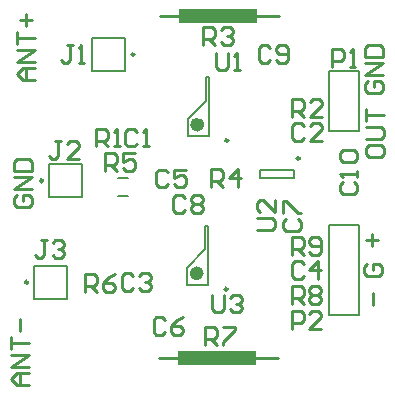
<source format=gto>
G04 Layer_Color=65535*
%FSLAX25Y25*%
%MOIN*%
G70*
G01*
G75*
%ADD22C,0.00984*%
%ADD23C,0.02362*%
%ADD24C,0.00787*%
%ADD25C,0.01000*%
%ADD26R,0.26200X0.04700*%
D22*
X77461Y35508D02*
G03*
X77461Y35508I-492J0D01*
G01*
X77658Y85114D02*
G03*
X77658Y85114I-492J0D01*
G01*
X101516Y79134D02*
G03*
X101516Y79134I-492J0D01*
G01*
X15846Y71653D02*
G03*
X15846Y71653I-492J0D01*
G01*
X10925Y37795D02*
G03*
X10925Y37795I-492J0D01*
G01*
X46358Y113779D02*
G03*
X46358Y113779I-492J0D01*
G01*
D23*
X68307Y40768D02*
G03*
X68307Y40768I-1181J0D01*
G01*
X68504Y90374D02*
G03*
X68504Y90374I-1181J0D01*
G01*
D24*
X71069Y40473D02*
Y43162D01*
X71063Y43168D02*
X71069Y43162D01*
X71063Y43168D02*
Y56516D01*
X71069Y40173D02*
Y40473D01*
X63976Y36831D02*
X67726D01*
X71069D02*
Y40173D01*
X67726Y36831D02*
X71069D01*
X70069Y56516D02*
X71063D01*
X70069Y48773D02*
Y56516D01*
X63976Y42681D02*
X70069Y48773D01*
X63976Y36831D02*
Y42681D01*
X64173Y86437D02*
Y92287D01*
X70265Y98379D01*
Y106122D01*
X71260D01*
X67923Y86437D02*
X71265D01*
Y89780D01*
X64173Y86437D02*
X67923D01*
X71265Y89780D02*
Y90079D01*
X71260Y92774D02*
Y106122D01*
Y92774D02*
X71265Y92769D01*
Y90079D02*
Y92769D01*
X99606Y72598D02*
Y75354D01*
X88189Y72598D02*
Y75354D01*
X99606D01*
X88189Y72598D02*
X99606D01*
X17913Y66142D02*
Y77165D01*
X17913Y77165D02*
X28937D01*
Y66142D02*
Y77165D01*
X17913Y66142D02*
X28937D01*
X12992Y32283D02*
Y43307D01*
X12992Y43307D02*
X24016D01*
Y32283D02*
Y43307D01*
X12992Y32283D02*
X24016D01*
X43307Y108268D02*
Y119291D01*
X32283Y108268D02*
X43307D01*
X32283D02*
Y119291D01*
X32283Y119291D02*
X43307D01*
X111142Y56968D02*
X121142D01*
Y26969D02*
Y56968D01*
X111142Y26969D02*
X121142D01*
X111142D02*
Y56968D01*
X111339Y88307D02*
Y108307D01*
Y88307D02*
X121339D01*
Y108307D01*
X111339D02*
X121339D01*
X40945Y66535D02*
X44094D01*
X40945Y72441D02*
X44094D01*
D25*
X54545Y12598D02*
X94245D01*
X54939Y126575D02*
X94639D01*
X47243Y87990D02*
X46259Y88974D01*
X44291D01*
X43307Y87990D01*
Y84055D01*
X44291Y83071D01*
X46259D01*
X47243Y84055D01*
X49211Y83071D02*
X51179D01*
X50195D01*
Y88974D01*
X49211Y87990D01*
X102952Y89762D02*
X101968Y90746D01*
X100000D01*
X99016Y89762D01*
Y85826D01*
X100000Y84842D01*
X101968D01*
X102952Y85826D01*
X108855Y84842D02*
X104919D01*
X108855Y88778D01*
Y89762D01*
X107871Y90746D01*
X105903D01*
X104919Y89762D01*
X46062Y39762D02*
X45078Y40746D01*
X43110D01*
X42126Y39762D01*
Y35826D01*
X43110Y34843D01*
X45078D01*
X46062Y35826D01*
X48030Y39762D02*
X49014Y40746D01*
X50981D01*
X51965Y39762D01*
Y38778D01*
X50981Y37794D01*
X49997D01*
X50981D01*
X51965Y36810D01*
Y35826D01*
X50981Y34843D01*
X49014D01*
X48030Y35826D01*
X102755Y43896D02*
X101771Y44880D01*
X99803D01*
X98819Y43896D01*
Y39960D01*
X99803Y38976D01*
X101771D01*
X102755Y39960D01*
X107674Y38976D02*
Y44880D01*
X104722Y41928D01*
X108658D01*
X57676Y74408D02*
X56692Y75392D01*
X54724D01*
X53740Y74408D01*
Y70472D01*
X54724Y69488D01*
X56692D01*
X57676Y70472D01*
X63579Y75392D02*
X59644D01*
Y72440D01*
X61612Y73424D01*
X62596D01*
X63579Y72440D01*
Y70472D01*
X62596Y69488D01*
X60628D01*
X59644Y70472D01*
X56692Y25195D02*
X55708Y26179D01*
X53740D01*
X52756Y25195D01*
Y21260D01*
X53740Y20276D01*
X55708D01*
X56692Y21260D01*
X62595Y26179D02*
X60627Y25195D01*
X58659Y23227D01*
Y21260D01*
X59643Y20276D01*
X61611D01*
X62595Y21260D01*
Y22243D01*
X61611Y23227D01*
X58659D01*
X97049Y58857D02*
X96065Y57873D01*
Y55905D01*
X97049Y54921D01*
X100985D01*
X101969Y55905D01*
Y57873D01*
X100985Y58857D01*
X96065Y60825D02*
Y64761D01*
X97049D01*
X100985Y60825D01*
X101969D01*
X63188Y65746D02*
X62204Y66730D01*
X60236D01*
X59252Y65746D01*
Y61811D01*
X60236Y60827D01*
X62204D01*
X63188Y61811D01*
X65156Y65746D02*
X66140Y66730D01*
X68107D01*
X69091Y65746D01*
Y64763D01*
X68107Y63779D01*
X69091Y62795D01*
Y61811D01*
X68107Y60827D01*
X66140D01*
X65156Y61811D01*
Y62795D01*
X66140Y63779D01*
X65156Y64763D01*
Y65746D01*
X66140Y63779D02*
X68107D01*
X91731Y115746D02*
X90747Y116730D01*
X88779D01*
X87795Y115746D01*
Y111811D01*
X88779Y110827D01*
X90747D01*
X91731Y111811D01*
X93699D02*
X94683Y110827D01*
X96651D01*
X97635Y111811D01*
Y115746D01*
X96651Y116730D01*
X94683D01*
X93699Y115746D01*
Y114762D01*
X94683Y113779D01*
X97635D01*
X115750Y71062D02*
X114766Y70078D01*
Y68110D01*
X115750Y67126D01*
X119685D01*
X120669Y68110D01*
Y70078D01*
X119685Y71062D01*
X120669Y73030D02*
Y74998D01*
Y74014D01*
X114766D01*
X115750Y73030D01*
Y77949D02*
X114766Y78933D01*
Y80901D01*
X115750Y81885D01*
X119685D01*
X120669Y80901D01*
Y78933D01*
X119685Y77949D01*
X115750D01*
X25786Y116730D02*
X23818D01*
X24802D01*
Y111811D01*
X23818Y110827D01*
X22834D01*
X21850Y111811D01*
X27754Y110827D02*
X29722D01*
X28738D01*
Y116730D01*
X27754Y115746D01*
X21849Y84841D02*
X19881D01*
X20865D01*
Y79921D01*
X19881Y78937D01*
X18897D01*
X17913Y79921D01*
X27753Y78937D02*
X23817D01*
X27753Y82873D01*
Y83857D01*
X26769Y84841D01*
X24801D01*
X23817Y83857D01*
X17125Y51770D02*
X15157D01*
X16141D01*
Y46850D01*
X15157Y45866D01*
X14173D01*
X13189Y46850D01*
X19093Y50786D02*
X20076Y51770D01*
X22044D01*
X23028Y50786D01*
Y49802D01*
X22044Y48818D01*
X21060D01*
X22044D01*
X23028Y47834D01*
Y46850D01*
X22044Y45866D01*
X20076D01*
X19093Y46850D01*
X112205Y109646D02*
Y115549D01*
X115156D01*
X116140Y114565D01*
Y112598D01*
X115156Y111614D01*
X112205D01*
X118108Y109646D02*
X120076D01*
X119092D01*
Y115549D01*
X118108Y114565D01*
X98819Y22244D02*
Y28148D01*
X101771D01*
X102755Y27164D01*
Y25196D01*
X101771Y24212D01*
X98819D01*
X108658Y22244D02*
X104722D01*
X108658Y26180D01*
Y27164D01*
X107674Y28148D01*
X105706D01*
X104722Y27164D01*
X33661Y83071D02*
Y88974D01*
X36613D01*
X37597Y87990D01*
Y86023D01*
X36613Y85039D01*
X33661D01*
X35629D02*
X37597Y83071D01*
X39565D02*
X41533D01*
X40549D01*
Y88974D01*
X39565Y87990D01*
X99016Y92913D02*
Y98817D01*
X101968D01*
X102952Y97833D01*
Y95865D01*
X101968Y94881D01*
X99016D01*
X100984D02*
X102952Y92913D01*
X108855D02*
X104919D01*
X108855Y96849D01*
Y97833D01*
X107871Y98817D01*
X105903D01*
X104919Y97833D01*
X69291Y116929D02*
Y122833D01*
X72243D01*
X73227Y121849D01*
Y119881D01*
X72243Y118897D01*
X69291D01*
X71259D02*
X73227Y116929D01*
X75195Y121849D02*
X76179Y122833D01*
X78147D01*
X79131Y121849D01*
Y120865D01*
X78147Y119881D01*
X77163D01*
X78147D01*
X79131Y118897D01*
Y117913D01*
X78147Y116929D01*
X76179D01*
X75195Y117913D01*
X72047Y69685D02*
Y75589D01*
X74999D01*
X75983Y74605D01*
Y72637D01*
X74999Y71653D01*
X72047D01*
X74015D02*
X75983Y69685D01*
X80903D02*
Y75589D01*
X77951Y72637D01*
X81887D01*
X36614Y75000D02*
Y80904D01*
X39566D01*
X40550Y79920D01*
Y77952D01*
X39566Y76968D01*
X36614D01*
X38582D02*
X40550Y75000D01*
X46453Y80904D02*
X42518D01*
Y77952D01*
X44486Y78936D01*
X45470D01*
X46453Y77952D01*
Y75984D01*
X45470Y75000D01*
X43502D01*
X42518Y75984D01*
X29921Y34646D02*
Y40549D01*
X32873D01*
X33857Y39565D01*
Y37598D01*
X32873Y36614D01*
X29921D01*
X31889D02*
X33857Y34646D01*
X39761Y40549D02*
X37793Y39565D01*
X35825Y37598D01*
Y35630D01*
X36809Y34646D01*
X38777D01*
X39761Y35630D01*
Y36614D01*
X38777Y37598D01*
X35825D01*
X70079Y16929D02*
Y22833D01*
X73031D01*
X74015Y21849D01*
Y19881D01*
X73031Y18897D01*
X70079D01*
X72047D02*
X74015Y16929D01*
X75982Y22833D02*
X79918D01*
Y21849D01*
X75982Y17913D01*
Y16929D01*
X98819Y30709D02*
Y36612D01*
X101771D01*
X102755Y35628D01*
Y33661D01*
X101771Y32677D01*
X98819D01*
X100787D02*
X102755Y30709D01*
X104722Y35628D02*
X105706Y36612D01*
X107674D01*
X108658Y35628D01*
Y34644D01*
X107674Y33661D01*
X108658Y32677D01*
Y31693D01*
X107674Y30709D01*
X105706D01*
X104722Y31693D01*
Y32677D01*
X105706Y33661D01*
X104722Y34644D01*
Y35628D01*
X105706Y33661D02*
X107674D01*
X98819Y47047D02*
Y52951D01*
X101771D01*
X102755Y51967D01*
Y49999D01*
X101771Y49015D01*
X98819D01*
X100787D02*
X102755Y47047D01*
X104722Y48031D02*
X105706Y47047D01*
X107674D01*
X108658Y48031D01*
Y51967D01*
X107674Y52951D01*
X105706D01*
X104722Y51967D01*
Y50983D01*
X105706Y49999D01*
X108658D01*
X73622Y114368D02*
Y109449D01*
X74606Y108465D01*
X76574D01*
X77558Y109449D01*
Y114368D01*
X79526Y108465D02*
X81494D01*
X80510D01*
Y114368D01*
X79526Y113384D01*
X87207Y55315D02*
X92126D01*
X93110Y56299D01*
Y58267D01*
X92126Y59251D01*
X87207D01*
X93110Y65154D02*
Y61219D01*
X89174Y65154D01*
X88191D01*
X87207Y64170D01*
Y62203D01*
X88191Y61219D01*
X72244Y33659D02*
Y28740D01*
X73228Y27756D01*
X75196D01*
X76180Y28740D01*
Y33659D01*
X78148Y32676D02*
X79132Y33659D01*
X81099D01*
X82083Y32676D01*
Y31692D01*
X81099Y30708D01*
X80116D01*
X81099D01*
X82083Y29724D01*
Y28740D01*
X81099Y27756D01*
X79132D01*
X78148Y28740D01*
X125834Y34252D02*
Y30253D01*
X125741Y50000D02*
Y53999D01*
X123742Y51999D02*
X127741D01*
X123939Y43959D02*
X122939Y42960D01*
Y40960D01*
X123939Y39961D01*
X127937D01*
X128937Y40960D01*
Y42960D01*
X127937Y43959D01*
X125938D01*
Y41960D01*
X124332Y104786D02*
X123333Y103786D01*
Y101787D01*
X124332Y100787D01*
X128331D01*
X129331Y101787D01*
Y103786D01*
X128331Y104786D01*
X126332D01*
Y102787D01*
X129331Y106786D02*
X123333D01*
X129331Y110784D01*
X123333D01*
Y112784D02*
X129331D01*
Y115782D01*
X128331Y116782D01*
X124332D01*
X123333Y115782D01*
Y112784D01*
X123726Y82723D02*
Y80724D01*
X124726Y79724D01*
X128725D01*
X129724Y80724D01*
Y82723D01*
X128725Y83723D01*
X124726D01*
X123726Y82723D01*
Y85723D02*
X128725D01*
X129724Y86722D01*
Y88722D01*
X128725Y89721D01*
X123726D01*
Y91720D02*
Y95719D01*
Y93720D01*
X129724D01*
X11220Y3543D02*
X7222D01*
X5222Y5543D01*
X7222Y7542D01*
X11220D01*
X8221D01*
Y3543D01*
X11220Y9541D02*
X5222D01*
X11220Y13540D01*
X5222D01*
Y15539D02*
Y19538D01*
Y17539D01*
X11220D01*
X8221Y21538D02*
Y25536D01*
X7403Y66991D02*
X6403Y65991D01*
Y63992D01*
X7403Y62992D01*
X11402D01*
X12402Y63992D01*
Y65991D01*
X11402Y66991D01*
X9403D01*
Y64991D01*
X12402Y68990D02*
X6403D01*
X12402Y72989D01*
X6403D01*
Y74988D02*
X12402D01*
Y77987D01*
X11402Y78987D01*
X7403D01*
X6403Y77987D01*
Y74988D01*
X13386Y105315D02*
X9387D01*
X7388Y107314D01*
X9387Y109314D01*
X13386D01*
X10387D01*
Y105315D01*
X13386Y111313D02*
X7388D01*
X13386Y115312D01*
X7388D01*
Y117311D02*
Y121310D01*
Y119310D01*
X13386D01*
X10387Y123309D02*
Y127308D01*
X8387Y125309D02*
X12386D01*
D26*
X73945Y12548D02*
D03*
X74339Y126525D02*
D03*
M02*

</source>
